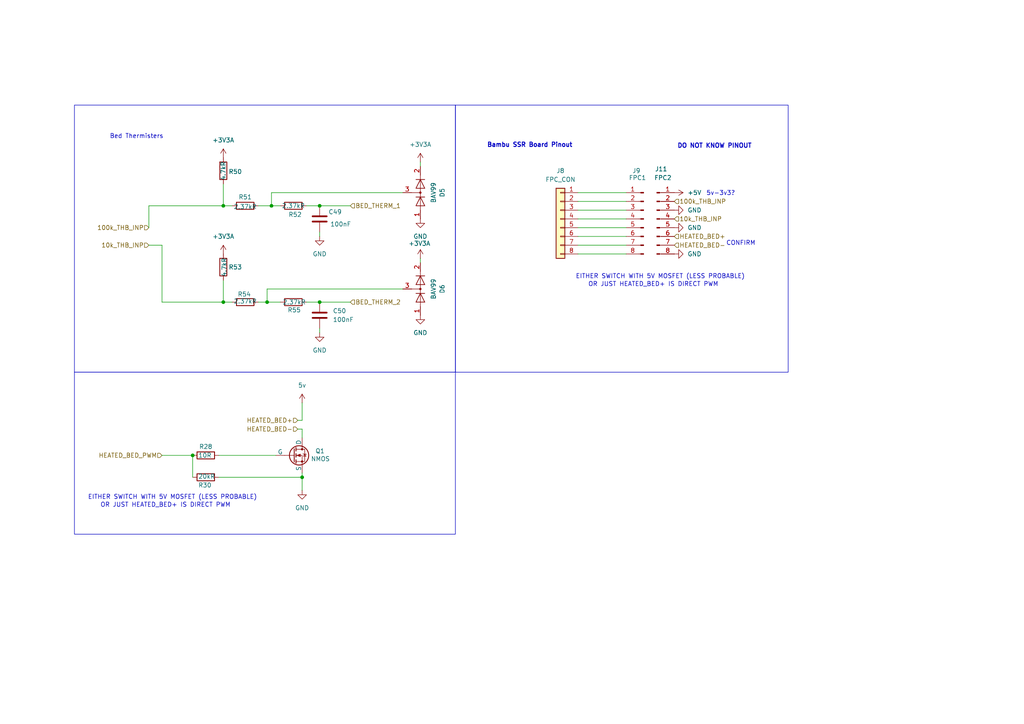
<source format=kicad_sch>
(kicad_sch (version 20250114) (generator "eeschema") (generator_version "9.0")
  (paper "A4")
  (lib_symbols
    (symbol "Connector:Conn_01x08_Pin" (pin_names (offset 1.016) (hide yes))
      (property "Reference" "J" (at 0 10.16 0))
      (property "Value" "Conn_01x08_Pin" (at 0 -12.7 0))
      (symbol "Conn_01x08_Pin_1_1"
        (rectangle (start 0.8636 7.747) (end 0 7.493) (stroke (width 0.1524)) (fill (type outline)))
        (rectangle (start 0.8636 5.207) (end 0 4.953) (stroke (width 0.1524)) (fill (type outline)))
        (rectangle (start 0.8636 2.667) (end 0 2.413) (stroke (width 0.1524)) (fill (type outline)))
        (rectangle (start 0.8636 0.127) (end 0 -0.127) (stroke (width 0.1524)) (fill (type outline)))
        (rectangle (start 0.8636 -2.413) (end 0 -2.667) (stroke (width 0.1524)) (fill (type outline)))
        (rectangle (start 0.8636 -4.953) (end 0 -5.207) (stroke (width 0.1524)) (fill (type outline)))
        (rectangle (start 0.8636 -7.493) (end 0 -7.747) (stroke (width 0.1524)) (fill (type outline)))
        (rectangle (start 0.8636 -10.033) (end 0 -10.287) (stroke (width 0.1524)) (fill (type outline)))
        (polyline (pts (xy 1.27 7.62) (xy 0.8636 7.62)) (stroke (width 0.1524)))
        (polyline (pts (xy 1.27 5.08) (xy 0.8636 5.08)) (stroke (width 0.1524)))
        (polyline (pts (xy 1.27 2.54) (xy 0.8636 2.54)) (stroke (width 0.1524)))
        (polyline (pts (xy 1.27 0) (xy 0.8636 0)) (stroke (width 0.1524)))
        (polyline (pts (xy 1.27 -2.54) (xy 0.8636 -2.54)) (stroke (width 0.1524)))
        (polyline (pts (xy 1.27 -5.08) (xy 0.8636 -5.08)) (stroke (width 0.1524)))
        (polyline (pts (xy 1.27 -7.62) (xy 0.8636 -7.62)) (stroke (width 0.1524)))
        (polyline (pts (xy 1.27 -10.16) (xy 0.8636 -10.16)) (stroke (width 0.1524)))
        (pin passive line (at 5.08 7.62 180) (length 3.81) (name "Pin_1") (number "1"))
        (pin passive line (at 5.08 5.08 180) (length 3.81) (name "Pin_2") (number "2"))
        (pin passive line (at 5.08 2.54 180) (length 3.81) (name "Pin_3") (number "3"))
        (pin passive line (at 5.08 0 180) (length 3.81) (name "Pin_4") (number "4"))
        (pin passive line (at 5.08 -2.54 180) (length 3.81) (name "Pin_5") (number "5"))
        (pin passive line (at 5.08 -5.08 180) (length 3.81) (name "Pin_6") (number "6"))
        (pin passive line (at 5.08 -7.62 180) (length 3.81) (name "Pin_7") (number "7"))
        (pin passive line (at 5.08 -10.16 180) (length 3.81) (name "Pin_8") (number "8"))
      )
    )
    (symbol "Connector_Generic:Conn_01x08" (pin_names (offset 1.016) (hide yes))
      (property "Reference" "J" (at 0 10.16 0))
      (property "Value" "Conn_01x08" (at 0 -12.7 0))
      (symbol "Conn_01x08_1_1"
        (rectangle (start -1.27 8.89) (end 1.27 -11.43) (stroke (width 0.254)) (fill (type background)))
        (rectangle (start -1.27 7.747) (end 0 7.493) (stroke (width 0.1524)))
        (rectangle (start -1.27 5.207) (end 0 4.953) (stroke (width 0.1524)))
        (rectangle (start -1.27 2.667) (end 0 2.413) (stroke (width 0.1524)))
        (rectangle (start -1.27 0.127) (end 0 -0.127) (stroke (width 0.1524)))
        (rectangle (start -1.27 -2.413) (end 0 -2.667) (stroke (width 0.1524)))
        (rectangle (start -1.27 -4.953) (end 0 -5.207) (stroke (width 0.1524)))
        (rectangle (start -1.27 -7.493) (end 0 -7.747) (stroke (width 0.1524)))
        (rectangle (start -1.27 -10.033) (end 0 -10.287) (stroke (width 0.1524)))
        (pin passive line (at -5.08 7.62 0) (length 3.81) (name "Pin_1") (number "1"))
        (pin passive line (at -5.08 5.08 0) (length 3.81) (name "Pin_2") (number "2"))
        (pin passive line (at -5.08 2.54 0) (length 3.81) (name "Pin_3") (number "3"))
        (pin passive line (at -5.08 0 0) (length 3.81) (name "Pin_4") (number "4"))
        (pin passive line (at -5.08 -2.54 0) (length 3.81) (name "Pin_5") (number "5"))
        (pin passive line (at -5.08 -5.08 0) (length 3.81) (name "Pin_6") (number "6"))
        (pin passive line (at -5.08 -7.62 0) (length 3.81) (name "Pin_7") (number "7"))
        (pin passive line (at -5.08 -10.16 0) (length 3.81) (name "Pin_8") (number "8"))
      )
    )
    (symbol "Device:C" (pin_numbers (hide yes)) (pin_names (offset 0.254))
      (property "Reference" "C" (at 0.635 2.54 0))
      (property "Value" "C" (at 0.635 -2.54 0))
      (symbol "C_0_1"
        (polyline (pts (xy -2.032 0.762) (xy 2.032 0.762)) (stroke (width 0.508)))
        (polyline (pts (xy -2.032 -0.762) (xy 2.032 -0.762)) (stroke (width 0.508)))
      )
      (symbol "C_1_1"
        (pin passive line (at 0 3.81 270) (length 2.794) (name "~") (number "1"))
        (pin passive line (at 0 -3.81 90) (length 2.794) (name "~") (number "2"))
      )
    )
    (symbol "Device:R" (pin_numbers (hide yes)) (pin_names (offset 0))
      (property "Reference" "R" (at 2.032 0 90))
      (property "Value" "R" (at 0 0 90))
      (symbol "R_0_1"
        (rectangle (start -1.016 -2.54) (end 1.016 2.54) (stroke (width 0.254)))
      )
      (symbol "R_1_1"
        (pin passive line (at 0 3.81 270) (length 1.27) (name "~") (number "1"))
        (pin passive line (at 0 -3.81 90) (length 1.27) (name "~") (number "2"))
      )
    )
    (symbol "Diode:BAV99" (pin_names (hide yes))
      (property "Reference" "D" (at 0 5.08 0))
      (property "Value" "BAV99" (at 0 2.54 0))
      (symbol "BAV99_0_1"
        (polyline (pts (xy -5.08 0) (xy 5.08 0)))
      )
      (symbol "BAV99_1_1"
        (polyline (pts (xy -3.81 1.27) (xy -1.27 0) (xy -3.81 -1.27) (xy -3.81 1.27) (xy -3.81 1.27) (xy -3.81 1.27)) (stroke (width 0.2032)))
        (polyline (pts (xy -1.27 -1.27) (xy -1.27 1.27) (xy -1.27 1.27)) (stroke (width 0.2032)))
        (polyline (pts (xy 0 0) (xy 0 -2.54)))
        (circle (center 0 0) (radius 0.254) (fill (type outline)))
        (polyline (pts (xy 1.27 1.27) (xy 3.81 0) (xy 1.27 -1.27) (xy 1.27 1.27) (xy 1.27 1.27) (xy 1.27 1.27)) (stroke (width 0.2032)))
        (polyline (pts (xy 3.81 1.27) (xy 3.81 -1.27) (xy 3.81 -1.27)) (stroke (width 0.2032)))
        (pin passive line (at -7.62 0 0) (length 2.54) (name "K") (number "1"))
        (pin passive line (at 0 -5.08 90) (length 2.54) (name "K") (number "3"))
        (pin passive line (at 7.62 0 180) (length 2.54) (name "A") (number "2"))
      )
    )
    (symbol "Simulation_SPICE:NMOS" (pin_numbers (hide yes)) (pin_names (offset 0))
      (property "Reference" "Q" (at 5.08 1.27 0))
      (property "Value" "NMOS" (at 5.08 -1.27 0))
      (symbol "NMOS_0_1"
        (polyline (pts (xy 0.254 1.905) (xy 0.254 -1.905)) (stroke (width 0.254)))
        (polyline (pts (xy 0.254 0) (xy -2.54 0)))
        (polyline (pts (xy 0.762 2.286) (xy 0.762 1.27)) (stroke (width 0.254)))
        (polyline (pts (xy 0.762 0.508) (xy 0.762 -0.508)) (stroke (width 0.254)))
        (polyline (pts (xy 0.762 -1.27) (xy 0.762 -2.286)) (stroke (width 0.254)))
        (polyline (pts (xy 0.762 -1.778) (xy 3.302 -1.778) (xy 3.302 1.778) (xy 0.762 1.778)))
        (polyline (pts (xy 1.016 0) (xy 2.032 0.381) (xy 2.032 -0.381) (xy 1.016 0)) (fill (type outline)))
        (circle (center 1.651 0) (radius 2.794) (stroke (width 0.254)))
        (polyline (pts (xy 2.54 2.54) (xy 2.54 1.778)))
        (circle (center 2.54 1.778) (radius 0.254) (fill (type outline)))
        (circle (center 2.54 -1.778) (radius 0.254) (fill (type outline)))
        (polyline (pts (xy 2.54 -2.54) (xy 2.54 0) (xy 0.762 0)))
        (polyline (pts (xy 2.794 0.508) (xy 2.921 0.381) (xy 3.683 0.381) (xy 3.81 0.254)))
        (polyline (pts (xy 3.302 0.381) (xy 2.921 -0.254) (xy 3.683 -0.254) (xy 3.302 0.381)))
      )
      (symbol "NMOS_1_1"
        (pin input line (at -5.08 0 0) (length 2.54) (name "G") (number "2"))
        (pin passive line (at 2.54 5.08 270) (length 2.54) (name "D") (number "1"))
        (pin passive line (at 2.54 -5.08 90) (length 2.54) (name "S") (number "3"))
      )
    )
    (symbol "power:+24V" (power) (pin_numbers (hide yes)) (pin_names (offset 0) (hide yes))
      (property "Value" "+24V" (at 0 3.556 0))
      (symbol "+24V_0_1"
        (polyline (pts (xy -0.762 1.27) (xy 0 2.54)))
        (polyline (pts (xy 0 2.54) (xy 0.762 1.27)))
        (polyline (pts (xy 0 0) (xy 0 2.54)))
      )
      (symbol "+24V_1_1"
        (pin power_in line (at 0 0 90) (length 0) (name "~") (number "1"))
      )
    )
    (symbol "power:+3.3VADC" (power) (pin_numbers (hide yes)) (pin_names (offset 0) (hide yes))
      (property "Value" "+3.3VADC" (at 0 3.556 0))
      (symbol "+3.3VADC_0_0"
        (pin power_in line (at 0 0 90) (length 0) (name "~") (number "1"))
      )
      (symbol "+3.3VADC_0_1"
        (polyline (pts (xy -0.762 1.27) (xy 0 2.54)))
        (polyline (pts (xy 0 2.54) (xy 0.762 1.27)))
        (polyline (pts (xy 0 0) (xy 0 2.54)))
      )
    )
    (symbol "power:+5V" (power) (pin_numbers (hide yes)) (pin_names (offset 0) (hide yes))
      (property "Value" "+5V" (at 0 3.556 0))
      (symbol "+5V_0_1"
        (polyline (pts (xy -0.762 1.27) (xy 0 2.54)))
        (polyline (pts (xy 0 2.54) (xy 0.762 1.27)))
        (polyline (pts (xy 0 0) (xy 0 2.54)))
      )
      (symbol "+5V_1_1"
        (pin power_in line (at 0 0 90) (length 0) (name "~") (number "1"))
      )
    )
    (symbol "power:GND" (power) (pin_numbers (hide yes)) (pin_names (offset 0) (hide yes))
      (property "Value" "GND" (at 0 -3.81 0))
      (symbol "GND_0_1"
        (polyline (pts (xy 0 0) (xy 0 -1.27) (xy 1.27 -1.27) (xy 0 -2.54) (xy -1.27 -1.27) (xy 0 -1.27)))
      )
      (symbol "GND_1_1"
        (pin power_in line (at 0 0 270) (length 0) (name "~") (number "1"))
      )
    )
  )
  (rectangle (start 21.59 30.48) (end 132.08 107.95))
  (rectangle (start 21.59 107.95) (end 132.08 154.94))
  (rectangle (start 132.08 30.48) (end 228.6 107.95))
  (text "OR JUST HEATED_BED+ IS DIRECT PWM" (at 189.484 82.55 0) (effects (font (size 1.27 1.27))))
  (text "DO NOT KNOW PINOUT" (at 207.264 42.418 0) (effects (font (size 1.27 1.27) (thickness 0.254) (bold yes))))
  (text "EITHER SWITCH WITH 5V MOSFET (LESS PROBABLE)" (at 191.516 80.264 0) (effects (font (size 1.27 1.27))))
  (text "Bambu SSR Board Pinout" (at 153.67 42.164 0) (effects (font (size 1.27 1.27) (thickness 0.254) (bold yes))))
  (text "Bed Thermisters" (at 39.624 39.624 0) (effects (font (size 1.27 1.27))))
  (text "OR JUST HEATED_BED+ IS DIRECT PWM" (at 48.006 146.558 0) (effects (font (size 1.27 1.27))))
  (text "CONFIRM" (at 214.884 70.612 0) (effects (font (size 1.27 1.27))))
  (text "5v-3v3?" (at 209.042 56.134 0) (effects (font (size 1.27 1.27))))
  (text "EITHER SWITCH WITH 5V MOSFET (LESS PROBABLE)" (at 50.038 144.272 0) (effects (font (size 1.27 1.27))))
  (junction (at 64.77 87.63))
  (junction (at 92.71 87.63))
  (junction (at 87.63 138.43))
  (junction (at 77.47 87.63))
  (junction (at 55.88 132.08))
  (junction (at 92.71 59.69))
  (junction (at 64.77 59.69))
  (junction (at 78.74 59.69))
  (wire (pts (xy 64.77 53.34) (xy 64.77 59.69)))
  (wire (pts (xy 121.92 74.93) (xy 121.92 76.2)))
  (wire (pts (xy 63.5 138.43) (xy 87.63 138.43)))
  (wire (pts (xy 167.64 68.58) (xy 181.61 68.58)))
  (wire (pts (xy 92.71 95.25) (xy 92.71 96.52)))
  (wire (pts (xy 78.74 55.88) (xy 78.74 59.69)))
  (wire (pts (xy 87.63 142.24) (xy 87.63 138.43)))
  (wire (pts (xy 87.63 121.92) (xy 87.63 116.84)))
  (wire (pts (xy 77.47 87.63) (xy 74.93 87.63)))
  (wire (pts (xy 167.64 55.88) (xy 181.61 55.88)))
  (wire (pts (xy 87.63 127) (xy 87.63 124.46)))
  (wire (pts (xy 167.64 73.66) (xy 181.61 73.66)))
  (wire (pts (xy 46.99 87.63) (xy 46.99 71.12)))
  (wire (pts (xy 74.93 59.69) (xy 78.74 59.69)))
  (wire (pts (xy 92.71 59.69) (xy 101.6 59.69)))
  (wire (pts (xy 86.36 121.92) (xy 87.63 121.92)))
  (wire (pts (xy 55.88 132.08) (xy 55.88 138.43)))
  (wire (pts (xy 92.71 87.63) (xy 101.6 87.63)))
  (wire (pts (xy 121.92 48.26) (xy 121.92 46.99)))
  (wire (pts (xy 167.64 66.04) (xy 181.61 66.04)))
  (wire (pts (xy 167.64 71.12) (xy 181.61 71.12)))
  (wire (pts (xy 43.18 59.69) (xy 64.77 59.69)))
  (wire (pts (xy 64.77 81.28) (xy 64.77 87.63)))
  (wire (pts (xy 87.63 137.16) (xy 87.63 138.43)))
  (wire (pts (xy 46.99 87.63) (xy 64.77 87.63)))
  (wire (pts (xy 167.64 63.5) (xy 181.61 63.5)))
  (wire (pts (xy 46.99 71.12) (xy 43.18 71.12)))
  (wire (pts (xy 43.18 59.69) (xy 43.18 66.04)))
  (wire (pts (xy 64.77 87.63) (xy 67.31 87.63)))
  (wire (pts (xy 88.9 59.69) (xy 92.71 59.69)))
  (wire (pts (xy 87.63 124.46) (xy 86.36 124.46)))
  (wire (pts (xy 116.84 83.82) (xy 77.47 83.82)))
  (wire (pts (xy 167.64 58.42) (xy 181.61 58.42)))
  (wire (pts (xy 88.9 87.63) (xy 92.71 87.63)))
  (wire (pts (xy 167.64 60.96) (xy 181.61 60.96)))
  (wire (pts (xy 46.99 132.08) (xy 55.88 132.08)))
  (wire (pts (xy 116.84 55.88) (xy 78.74 55.88)))
  (wire (pts (xy 77.47 83.82) (xy 77.47 87.63)))
  (wire (pts (xy 64.77 59.69) (xy 67.31 59.69)))
  (wire (pts (xy 78.74 59.69) (xy 81.28 59.69)))
  (wire (pts (xy 92.71 67.31) (xy 92.71 68.58)))
  (wire (pts (xy 63.5 132.08) (xy 80.01 132.08)))
  (wire (pts (xy 77.47 87.63) (xy 81.28 87.63)))
  (hierarchical_label "BED_THERM_2" (shape input) (at 101.6 87.63 0))
  (hierarchical_label "100k_THB_INP" (shape input) (at 195.58 58.42 0))
  (hierarchical_label "HEATED_BED_PWM" (shape input) (at 46.99 132.08 180))
  (hierarchical_label "BED_THERM_1" (shape input) (at 101.6 59.69 0))
  (hierarchical_label "HEATED_BED+" (shape input) (at 195.58 68.58 0))
  (hierarchical_label "10k_THB_INP" (shape input) (at 195.58 63.5 0))
  (hierarchical_label "100k_THB_INP" (shape input) (at 43.18 66.04 180))
  (hierarchical_label "HEATED_BED-" (shape input) (at 195.58 71.12 0))
  (hierarchical_label "HEATED_BED-" (shape input) (at 86.36 124.46 180))
  (hierarchical_label "10k_THB_INP" (shape input) (at 43.18 71.12 180))
  (hierarchical_label "HEATED_BED+" (shape input) (at 86.36 121.92 180))
  (symbol (lib_id "Device:C") (at 92.71 91.44 0) (unit 1)
    (property "Reference" "C50" (at 96.52 90.1699 0) (effects (justify left)))
    (property "Value" "100nF" (at 96.52 92.7099 0) (effects (justify left)))
    (property "Footprint" "Capacitor_SMD:C_0402_1005Metric" (effects (hide yes)))
    (property "Description" "Unpolarized capacitor" (effects (hide yes)))
  )
  (symbol (lib_id "Connector:Conn_01x08_Pin") (at 186.69 63.5 0) (mirror y) (unit 1)
    (property "Reference" "J9" (at 183.388 49.53 0) (effects (justify right)))
    (property "Value" "FPC1" (at 182.372 51.562 0) (effects (justify right)))
    (property "Footprint" "Connector_PinHeader_2.54mm:PinHeader_1x08_P2.54mm_Vertical" (effects (hide yes)))
    (property "Description" "Generic connector, single row, 01x08, script generated" (effects (hide yes)))
  )
  (symbol (lib_id "power:+5V") (at 195.58 55.88 270) (unit 1)
    (property "Reference" "#PWR034" (effects (hide yes)))
    (property "Value" "+5V" (at 199.39 55.8799 90) (effects (justify left)))
    (property "Description" "Power symbol creates a global label with name \"+5V\"" (effects (hide yes)))
  )
  (symbol (lib_id "power:GND") (at 92.71 68.58 0) (unit 1)
    (property "Reference" "#PWR088" (effects (hide yes)))
    (property "Value" "GND" (at 92.71 73.66 0))
    (property "Description" "Power symbol creates a global label with name \"GND\" , ground" (effects (hide yes)))
  )
  (symbol (lib_id "Simulation_SPICE:NMOS") (at 85.09 132.08 0) (unit 1)
    (property "Reference" "Q1" (at 91.44 130.8099 0) (effects (justify left)))
    (property "Value" "NMOS" (at 90.17 133.096 0) (effects (justify left)))
    (property "Footprint" "Package_TO_SOT_SMD:SOT-23-3" (effects (hide yes)))
    (property "Datasheet" "https://ngspice.sourceforge.io/docs/ngspice-html-manual/manual.xhtml#cha_MOSFETs" (effects (hide yes)))
    (property "Description" "N-MOSFET transistor, drain/source/gate" (effects (hide yes)))
    (property "Sim.Device" "NMOS" (effects (hide yes)))
    (property "Sim.Type" "VDMOS" (effects (hide yes)))
    (property "Sim.Pins" "1=D 2=G 3=S" (effects (hide yes)))
  )
  (symbol (lib_id "power:GND") (at 195.58 66.04 90) (unit 1)
    (property "Reference" "#PWR038" (effects (hide yes)))
    (property "Value" "GND" (at 199.39 66.0399 90) (effects (justify right)))
    (property "Description" "Power symbol creates a global label with name \"GND\" , ground" (effects (hide yes)))
  )
  (symbol (lib_id "power:GND") (at 92.71 96.52 0) (unit 1)
    (property "Reference" "#PWR093" (effects (hide yes)))
    (property "Value" "GND" (at 92.71 101.6 0))
    (property "Description" "Power symbol creates a global label with name \"GND\" , ground" (effects (hide yes)))
  )
  (symbol (lib_id "power:GND") (at 195.58 60.96 90) (unit 1)
    (property "Reference" "#PWR036" (effects (hide yes)))
    (property "Value" "GND" (at 199.39 60.9599 90) (effects (justify right)))
    (property "Description" "Power symbol creates a global label with name \"GND\" , ground" (effects (hide yes)))
  )
  (symbol (lib_id "power:GND") (at 195.58 73.66 90) (unit 1)
    (property "Reference" "#PWR040" (effects (hide yes)))
    (property "Value" "GND" (at 199.39 73.6599 90) (effects (justify right)))
    (property "Description" "Power symbol creates a global label with name \"GND\" , ground" (effects (hide yes)))
  )
  (symbol (lib_id "power:+3.3VADC") (at 64.77 73.66 0) (unit 1)
    (property "Reference" "#PWR090" (effects (hide yes)))
    (property "Value" "+3V3A" (at 64.77 68.58 0))
    (property "Description" "Power symbol creates a global label with name \"+3.3VADC\"" (effects (hide yes)))
  )
  (symbol (lib_id "Device:R") (at 71.12 59.69 90) (unit 1)
    (property "Reference" "R51" (at 71.12 57.15 90))
    (property "Value" "2.37kR" (at 71.12 59.944 90))
    (property "Footprint" "Resistor_SMD:R_0402_1005Metric" (effects (hide yes)))
    (property "Description" "Resistor" (effects (hide yes)))
  )
  (symbol (lib_id "Device:R") (at 85.09 87.63 90) (unit 1)
    (property "Reference" "R55" (at 85.344 89.916 90))
    (property "Value" "2.37kR" (at 85.344 87.63 90))
    (property "Footprint" "Resistor_SMD:R_0402_1005Metric" (effects (hide yes)))
    (property "Description" "Resistor" (effects (hide yes)))
  )
  (symbol (lib_id "Connector_Generic:Conn_01x08") (at 162.56 63.5 0) (mirror y) (unit 1)
    (property "Reference" "J8" (at 162.56 49.53 0))
    (property "Value" "FPC_CON" (at 162.56 52.07 0))
    (property "Description" "Generic connector, single row, 01x08, script generated (kicad-library-utils/schlib/autogen/connector/)" (effects (hide yes)))
  )
  (symbol (lib_id "Device:C") (at 92.71 63.5 0) (unit 1)
    (property "Reference" "C49" (at 95.25 61.468 0) (effects (justify left)))
    (property "Value" "100nF" (at 95.758 65.024 0) (effects (justify left)))
    (property "Footprint" "Capacitor_SMD:C_0402_1005Metric" (effects (hide yes)))
    (property "Description" "Unpolarized capacitor" (effects (hide yes)))
  )
  (symbol (lib_id "Device:R") (at 59.69 132.08 90) (unit 1)
    (property "Reference" "R28" (at 59.69 129.54 90))
    (property "Value" "10R" (at 59.436 132.08 90))
    (property "Footprint" "Resistor_SMD:R_0402_1005Metric" (effects (hide yes)))
    (property "Description" "Resistor" (effects (hide yes)))
  )
  (symbol (lib_id "power:+3.3VADC") (at 121.92 46.99 0) (unit 1)
    (property "Reference" "#PWR086" (effects (hide yes)))
    (property "Value" "+3V3A" (at 121.92 41.91 0))
    (property "Description" "Power symbol creates a global label with name \"+3.3VADC\"" (effects (hide yes)))
  )
  (symbol (lib_id "power:+24V") (at 87.63 116.84 0) (unit 1)
    (property "Reference" "#PWR078" (effects (hide yes)))
    (property "Value" "5v" (at 87.63 111.76 0))
    (property "Description" "Power symbol creates a global label with name \"+24V\"" (effects (hide yes)))
  )
  (symbol (lib_id "Diode:BAV99") (at 121.92 83.82 270) (mirror x) (unit 1)
    (property "Reference" "D6" (at 128.27 83.82 0))
    (property "Value" "BAV99" (at 125.73 83.82 0))
    (property "Footprint" "Package_TO_SOT_SMD:SOT-23" (effects (hide yes)))
    (property "Datasheet" "https://assets.nexperia.com/documents/data-sheet/BAV99_SER.pdf" (effects (hide yes)))
    (property "Description" "BAV99 High-speed switching diodes, SOT-23" (effects (hide yes)))
  )
  (symbol (lib_id "Diode:BAV99") (at 121.92 55.88 270) (mirror x) (unit 1)
    (property "Reference" "D5" (at 128.27 55.88 0))
    (property "Value" "BAV99" (at 125.73 55.88 0))
    (property "Footprint" "Package_TO_SOT_SMD:SOT-23" (effects (hide yes)))
    (property "Datasheet" "https://assets.nexperia.com/documents/data-sheet/BAV99_SER.pdf" (effects (hide yes)))
    (property "Description" "BAV99 High-speed switching diodes, SOT-23" (effects (hide yes)))
  )
  (symbol (lib_id "power:+3.3VADC") (at 64.77 45.72 0) (unit 1)
    (property "Reference" "#PWR085" (effects (hide yes)))
    (property "Value" "+3V3A" (at 64.77 40.64 0))
    (property "Description" "Power symbol creates a global label with name \"+3.3VADC\"" (effects (hide yes)))
  )
  (symbol (lib_id "Device:R") (at 64.77 49.53 0) (unit 1)
    (property "Reference" "R50" (at 66.294 49.784 0) (effects (justify left)))
    (property "Value" "4.7kR" (at 64.77 52.324 90) (effects (justify left)))
    (property "Footprint" "Resistor_SMD:R_0402_1005Metric" (effects (hide yes)))
    (property "Description" "Resistor" (effects (hide yes)))
  )
  (symbol (lib_id "Device:R") (at 71.12 87.63 90) (unit 1)
    (property "Reference" "R54" (at 70.866 85.344 90))
    (property "Value" "2.37kR" (at 71.12 87.376 90))
    (property "Footprint" "Resistor_SMD:R_0402_1005Metric" (effects (hide yes)))
    (property "Description" "Resistor" (effects (hide yes)))
  )
  (symbol (lib_id "Connector:Conn_01x08_Pin") (at 190.5 63.5 0) (unit 1)
    (property "Reference" "J11" (at 191.77 49.022 0))
    (property "Value" "FPC2" (at 192.278 51.562 0))
    (property "Footprint" "Connector_PinHeader_2.54mm:PinHeader_1x08_P2.54mm_Vertical" (effects (hide yes)))
    (property "Description" "Generic connector, single row, 01x08, script generated" (effects (hide yes)))
  )
  (symbol (lib_id "power:+3.3VADC") (at 121.92 74.93 0) (unit 1)
    (property "Reference" "#PWR091" (effects (hide yes)))
    (property "Value" "+3V3A" (at 121.666 70.612 0))
    (property "Description" "Power symbol creates a global label with name \"+3.3VADC\"" (effects (hide yes)))
  )
  (symbol (lib_id "power:GND") (at 87.63 142.24 0) (unit 1)
    (property "Reference" "#PWR079" (effects (hide yes)))
    (property "Value" "GND" (at 87.63 147.32 0))
    (property "Description" "Power symbol creates a global label with name \"GND\" , ground" (effects (hide yes)))
  )
  (symbol (lib_id "Device:R") (at 59.69 138.43 90) (unit 1)
    (property "Reference" "R30" (at 59.436 140.716 90))
    (property "Value" "20kR" (at 59.944 138.176 90))
    (property "Footprint" "Resistor_SMD:R_0402_1005Metric" (effects (hide yes)))
    (property "Description" "Resistor" (effects (hide yes)))
  )
  (symbol (lib_id "power:GND") (at 121.92 91.44 0) (unit 1)
    (property "Reference" "#PWR092" (effects (hide yes)))
    (property "Value" "GND" (at 121.92 96.52 0))
    (property "Description" "Power symbol creates a global label with name \"GND\" , ground" (effects (hide yes)))
  )
  (symbol (lib_id "Device:R") (at 85.09 59.69 90) (unit 1)
    (property "Reference" "R52" (at 85.598 62.23 90))
    (property "Value" "2.37kR" (at 85.09 59.69 90))
    (property "Footprint" "Resistor_SMD:R_0402_1005Metric" (effects (hide yes)))
    (property "Description" "Resistor" (effects (hide yes)))
  )
  (symbol (lib_id "power:GND") (at 121.92 63.5 0) (unit 1)
    (property "Reference" "#PWR087" (effects (hide yes)))
    (property "Value" "GND" (at 121.92 68.58 0))
    (property "Description" "Power symbol creates a global label with name \"GND\" , ground" (effects (hide yes)))
  )
  (symbol (lib_id "Device:R") (at 64.77 77.47 0) (unit 1)
    (property "Reference" "R53" (at 66.294 77.47 0) (effects (justify left)))
    (property "Value" "4.7kR" (at 65.024 80.264 90) (effects (justify left)))
    (property "Footprint" "Resistor_SMD:R_0402_1005Metric" (effects (hide yes)))
    (property "Description" "Resistor" (effects (hide yes)))
  )
)
</source>
